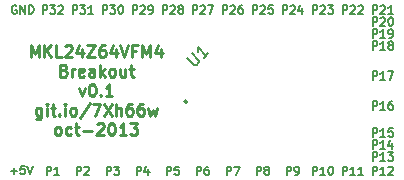
<source format=gto>
G04 (created by PCBNEW (2013-03-04 BZR 3984)-stable) date 10/14/2013 1:41:13 PM*
%MOIN*%
G04 Gerber Fmt 3.4, Leading zero omitted, Abs format*
%FSLAX34Y34*%
G01*
G70*
G90*
G04 APERTURE LIST*
%ADD10C,0*%
%ADD11C,0.00984252*%
%ADD12C,0.00787402*%
%ADD13C,0.00590551*%
G04 APERTURE END LIST*
G54D10*
G54D11*
X44275Y-26859D02*
X44275Y-26465D01*
X44406Y-26746D01*
X44537Y-26465D01*
X44537Y-26859D01*
X44725Y-26859D02*
X44725Y-26465D01*
X44950Y-26859D02*
X44781Y-26634D01*
X44950Y-26465D02*
X44725Y-26690D01*
X45306Y-26859D02*
X45118Y-26859D01*
X45118Y-26465D01*
X45418Y-26503D02*
X45437Y-26484D01*
X45475Y-26465D01*
X45568Y-26465D01*
X45606Y-26484D01*
X45625Y-26503D01*
X45643Y-26540D01*
X45643Y-26578D01*
X45625Y-26634D01*
X45400Y-26859D01*
X45643Y-26859D01*
X45981Y-26596D02*
X45981Y-26859D01*
X45887Y-26446D02*
X45793Y-26728D01*
X46037Y-26728D01*
X46150Y-26465D02*
X46412Y-26465D01*
X46150Y-26859D01*
X46412Y-26859D01*
X46731Y-26465D02*
X46656Y-26465D01*
X46618Y-26484D01*
X46599Y-26503D01*
X46562Y-26559D01*
X46543Y-26634D01*
X46543Y-26784D01*
X46562Y-26821D01*
X46581Y-26840D01*
X46618Y-26859D01*
X46693Y-26859D01*
X46731Y-26840D01*
X46749Y-26821D01*
X46768Y-26784D01*
X46768Y-26690D01*
X46749Y-26653D01*
X46731Y-26634D01*
X46693Y-26615D01*
X46618Y-26615D01*
X46581Y-26634D01*
X46562Y-26653D01*
X46543Y-26690D01*
X47106Y-26596D02*
X47106Y-26859D01*
X47012Y-26446D02*
X46918Y-26728D01*
X47162Y-26728D01*
X47256Y-26465D02*
X47387Y-26859D01*
X47518Y-26465D01*
X47781Y-26653D02*
X47649Y-26653D01*
X47649Y-26859D02*
X47649Y-26465D01*
X47837Y-26465D01*
X47987Y-26859D02*
X47987Y-26465D01*
X48118Y-26746D01*
X48249Y-26465D01*
X48249Y-26859D01*
X48605Y-26596D02*
X48605Y-26859D01*
X48512Y-26446D02*
X48418Y-26728D01*
X48662Y-26728D01*
X45381Y-27302D02*
X45437Y-27321D01*
X45456Y-27340D01*
X45475Y-27377D01*
X45475Y-27433D01*
X45456Y-27471D01*
X45437Y-27490D01*
X45400Y-27508D01*
X45250Y-27508D01*
X45250Y-27115D01*
X45381Y-27115D01*
X45418Y-27134D01*
X45437Y-27152D01*
X45456Y-27190D01*
X45456Y-27227D01*
X45437Y-27265D01*
X45418Y-27283D01*
X45381Y-27302D01*
X45250Y-27302D01*
X45643Y-27508D02*
X45643Y-27246D01*
X45643Y-27321D02*
X45662Y-27283D01*
X45681Y-27265D01*
X45718Y-27246D01*
X45756Y-27246D01*
X46037Y-27490D02*
X46000Y-27508D01*
X45925Y-27508D01*
X45887Y-27490D01*
X45868Y-27452D01*
X45868Y-27302D01*
X45887Y-27265D01*
X45925Y-27246D01*
X46000Y-27246D01*
X46037Y-27265D01*
X46056Y-27302D01*
X46056Y-27340D01*
X45868Y-27377D01*
X46393Y-27508D02*
X46393Y-27302D01*
X46375Y-27265D01*
X46337Y-27246D01*
X46262Y-27246D01*
X46225Y-27265D01*
X46393Y-27490D02*
X46356Y-27508D01*
X46262Y-27508D01*
X46225Y-27490D01*
X46206Y-27452D01*
X46206Y-27415D01*
X46225Y-27377D01*
X46262Y-27358D01*
X46356Y-27358D01*
X46393Y-27340D01*
X46581Y-27508D02*
X46581Y-27115D01*
X46618Y-27358D02*
X46731Y-27508D01*
X46731Y-27246D02*
X46581Y-27396D01*
X46956Y-27508D02*
X46918Y-27490D01*
X46899Y-27471D01*
X46881Y-27433D01*
X46881Y-27321D01*
X46899Y-27283D01*
X46918Y-27265D01*
X46956Y-27246D01*
X47012Y-27246D01*
X47049Y-27265D01*
X47068Y-27283D01*
X47087Y-27321D01*
X47087Y-27433D01*
X47068Y-27471D01*
X47049Y-27490D01*
X47012Y-27508D01*
X46956Y-27508D01*
X47424Y-27246D02*
X47424Y-27508D01*
X47256Y-27246D02*
X47256Y-27452D01*
X47274Y-27490D01*
X47312Y-27508D01*
X47368Y-27508D01*
X47406Y-27490D01*
X47424Y-27471D01*
X47556Y-27246D02*
X47706Y-27246D01*
X47612Y-27115D02*
X47612Y-27452D01*
X47631Y-27490D01*
X47668Y-27508D01*
X47706Y-27508D01*
X45887Y-27896D02*
X45981Y-28158D01*
X46075Y-27896D01*
X46300Y-27764D02*
X46337Y-27764D01*
X46375Y-27783D01*
X46393Y-27802D01*
X46412Y-27839D01*
X46431Y-27914D01*
X46431Y-28008D01*
X46412Y-28083D01*
X46393Y-28121D01*
X46375Y-28139D01*
X46337Y-28158D01*
X46300Y-28158D01*
X46262Y-28139D01*
X46243Y-28121D01*
X46225Y-28083D01*
X46206Y-28008D01*
X46206Y-27914D01*
X46225Y-27839D01*
X46243Y-27802D01*
X46262Y-27783D01*
X46300Y-27764D01*
X46599Y-28121D02*
X46618Y-28139D01*
X46599Y-28158D01*
X46581Y-28139D01*
X46599Y-28121D01*
X46599Y-28158D01*
X46993Y-28158D02*
X46768Y-28158D01*
X46881Y-28158D02*
X46881Y-27764D01*
X46843Y-27821D01*
X46806Y-27858D01*
X46768Y-27877D01*
X44622Y-28545D02*
X44622Y-28864D01*
X44603Y-28901D01*
X44584Y-28920D01*
X44547Y-28939D01*
X44490Y-28939D01*
X44453Y-28920D01*
X44622Y-28789D02*
X44584Y-28808D01*
X44509Y-28808D01*
X44472Y-28789D01*
X44453Y-28770D01*
X44434Y-28733D01*
X44434Y-28620D01*
X44453Y-28583D01*
X44472Y-28564D01*
X44509Y-28545D01*
X44584Y-28545D01*
X44622Y-28564D01*
X44809Y-28808D02*
X44809Y-28545D01*
X44809Y-28414D02*
X44790Y-28433D01*
X44809Y-28451D01*
X44828Y-28433D01*
X44809Y-28414D01*
X44809Y-28451D01*
X44940Y-28545D02*
X45090Y-28545D01*
X44997Y-28414D02*
X44997Y-28751D01*
X45015Y-28789D01*
X45053Y-28808D01*
X45090Y-28808D01*
X45222Y-28770D02*
X45240Y-28789D01*
X45222Y-28808D01*
X45203Y-28789D01*
X45222Y-28770D01*
X45222Y-28808D01*
X45409Y-28808D02*
X45409Y-28545D01*
X45409Y-28414D02*
X45390Y-28433D01*
X45409Y-28451D01*
X45428Y-28433D01*
X45409Y-28414D01*
X45409Y-28451D01*
X45653Y-28808D02*
X45615Y-28789D01*
X45596Y-28770D01*
X45578Y-28733D01*
X45578Y-28620D01*
X45596Y-28583D01*
X45615Y-28564D01*
X45653Y-28545D01*
X45709Y-28545D01*
X45746Y-28564D01*
X45765Y-28583D01*
X45784Y-28620D01*
X45784Y-28733D01*
X45765Y-28770D01*
X45746Y-28789D01*
X45709Y-28808D01*
X45653Y-28808D01*
X46234Y-28395D02*
X45896Y-28901D01*
X46328Y-28414D02*
X46590Y-28414D01*
X46421Y-28808D01*
X46703Y-28414D02*
X46965Y-28808D01*
X46965Y-28414D02*
X46703Y-28808D01*
X47115Y-28808D02*
X47115Y-28414D01*
X47284Y-28808D02*
X47284Y-28601D01*
X47265Y-28564D01*
X47228Y-28545D01*
X47171Y-28545D01*
X47134Y-28564D01*
X47115Y-28583D01*
X47640Y-28414D02*
X47565Y-28414D01*
X47527Y-28433D01*
X47509Y-28451D01*
X47471Y-28508D01*
X47452Y-28583D01*
X47452Y-28733D01*
X47471Y-28770D01*
X47490Y-28789D01*
X47527Y-28808D01*
X47602Y-28808D01*
X47640Y-28789D01*
X47659Y-28770D01*
X47677Y-28733D01*
X47677Y-28639D01*
X47659Y-28601D01*
X47640Y-28583D01*
X47602Y-28564D01*
X47527Y-28564D01*
X47490Y-28583D01*
X47471Y-28601D01*
X47452Y-28639D01*
X48015Y-28414D02*
X47940Y-28414D01*
X47902Y-28433D01*
X47884Y-28451D01*
X47846Y-28508D01*
X47827Y-28583D01*
X47827Y-28733D01*
X47846Y-28770D01*
X47865Y-28789D01*
X47902Y-28808D01*
X47977Y-28808D01*
X48015Y-28789D01*
X48034Y-28770D01*
X48052Y-28733D01*
X48052Y-28639D01*
X48034Y-28601D01*
X48015Y-28583D01*
X47977Y-28564D01*
X47902Y-28564D01*
X47865Y-28583D01*
X47846Y-28601D01*
X47827Y-28639D01*
X48184Y-28545D02*
X48259Y-28808D01*
X48334Y-28620D01*
X48409Y-28808D01*
X48484Y-28545D01*
X45147Y-29457D02*
X45109Y-29439D01*
X45090Y-29420D01*
X45072Y-29382D01*
X45072Y-29270D01*
X45090Y-29232D01*
X45109Y-29214D01*
X45147Y-29195D01*
X45203Y-29195D01*
X45240Y-29214D01*
X45259Y-29232D01*
X45278Y-29270D01*
X45278Y-29382D01*
X45259Y-29420D01*
X45240Y-29439D01*
X45203Y-29457D01*
X45147Y-29457D01*
X45615Y-29439D02*
X45578Y-29457D01*
X45503Y-29457D01*
X45465Y-29439D01*
X45447Y-29420D01*
X45428Y-29382D01*
X45428Y-29270D01*
X45447Y-29232D01*
X45465Y-29214D01*
X45503Y-29195D01*
X45578Y-29195D01*
X45615Y-29214D01*
X45728Y-29195D02*
X45878Y-29195D01*
X45784Y-29064D02*
X45784Y-29401D01*
X45803Y-29439D01*
X45840Y-29457D01*
X45878Y-29457D01*
X46009Y-29307D02*
X46309Y-29307D01*
X46478Y-29101D02*
X46496Y-29082D01*
X46534Y-29064D01*
X46628Y-29064D01*
X46665Y-29082D01*
X46684Y-29101D01*
X46703Y-29139D01*
X46703Y-29176D01*
X46684Y-29232D01*
X46459Y-29457D01*
X46703Y-29457D01*
X46946Y-29064D02*
X46984Y-29064D01*
X47021Y-29082D01*
X47040Y-29101D01*
X47059Y-29139D01*
X47078Y-29214D01*
X47078Y-29307D01*
X47059Y-29382D01*
X47040Y-29420D01*
X47021Y-29439D01*
X46984Y-29457D01*
X46946Y-29457D01*
X46909Y-29439D01*
X46890Y-29420D01*
X46871Y-29382D01*
X46853Y-29307D01*
X46853Y-29214D01*
X46871Y-29139D01*
X46890Y-29101D01*
X46909Y-29082D01*
X46946Y-29064D01*
X47453Y-29457D02*
X47228Y-29457D01*
X47340Y-29457D02*
X47340Y-29064D01*
X47303Y-29120D01*
X47265Y-29157D01*
X47228Y-29176D01*
X47584Y-29064D02*
X47827Y-29064D01*
X47696Y-29214D01*
X47752Y-29214D01*
X47790Y-29232D01*
X47809Y-29251D01*
X47827Y-29289D01*
X47827Y-29382D01*
X47809Y-29420D01*
X47790Y-29439D01*
X47752Y-29457D01*
X47640Y-29457D01*
X47602Y-29439D01*
X47584Y-29420D01*
G54D12*
X49492Y-28350D02*
G75*
G03X49492Y-28350I-57J0D01*
G74*
G01*
G54D13*
X53665Y-25411D02*
X53665Y-25135D01*
X53770Y-25135D01*
X53796Y-25149D01*
X53809Y-25162D01*
X53822Y-25188D01*
X53822Y-25227D01*
X53809Y-25254D01*
X53796Y-25267D01*
X53770Y-25280D01*
X53665Y-25280D01*
X53927Y-25162D02*
X53940Y-25149D01*
X53967Y-25135D01*
X54032Y-25135D01*
X54059Y-25149D01*
X54072Y-25162D01*
X54085Y-25188D01*
X54085Y-25214D01*
X54072Y-25254D01*
X53914Y-25411D01*
X54085Y-25411D01*
X54177Y-25135D02*
X54347Y-25135D01*
X54255Y-25240D01*
X54295Y-25240D01*
X54321Y-25254D01*
X54334Y-25267D01*
X54347Y-25293D01*
X54347Y-25359D01*
X54334Y-25385D01*
X54321Y-25398D01*
X54295Y-25411D01*
X54216Y-25411D01*
X54190Y-25398D01*
X54177Y-25385D01*
X52796Y-30784D02*
X52796Y-30509D01*
X52901Y-30509D01*
X52927Y-30522D01*
X52940Y-30535D01*
X52954Y-30561D01*
X52954Y-30601D01*
X52940Y-30627D01*
X52927Y-30640D01*
X52901Y-30653D01*
X52796Y-30653D01*
X53085Y-30784D02*
X53137Y-30784D01*
X53164Y-30771D01*
X53177Y-30758D01*
X53203Y-30719D01*
X53216Y-30666D01*
X53216Y-30561D01*
X53203Y-30535D01*
X53190Y-30522D01*
X53164Y-30509D01*
X53111Y-30509D01*
X53085Y-30522D01*
X53072Y-30535D01*
X53059Y-30561D01*
X53059Y-30627D01*
X53072Y-30653D01*
X53085Y-30666D01*
X53111Y-30679D01*
X53164Y-30679D01*
X53190Y-30666D01*
X53203Y-30653D01*
X53216Y-30627D01*
X53665Y-30784D02*
X53665Y-30509D01*
X53770Y-30509D01*
X53796Y-30522D01*
X53809Y-30535D01*
X53822Y-30561D01*
X53822Y-30601D01*
X53809Y-30627D01*
X53796Y-30640D01*
X53770Y-30653D01*
X53665Y-30653D01*
X54085Y-30784D02*
X53927Y-30784D01*
X54006Y-30784D02*
X54006Y-30509D01*
X53980Y-30548D01*
X53954Y-30574D01*
X53927Y-30587D01*
X54255Y-30509D02*
X54282Y-30509D01*
X54308Y-30522D01*
X54321Y-30535D01*
X54334Y-30561D01*
X54347Y-30614D01*
X54347Y-30679D01*
X54334Y-30732D01*
X54321Y-30758D01*
X54308Y-30771D01*
X54282Y-30784D01*
X54255Y-30784D01*
X54229Y-30771D01*
X54216Y-30758D01*
X54203Y-30732D01*
X54190Y-30679D01*
X54190Y-30614D01*
X54203Y-30561D01*
X54216Y-30535D01*
X54229Y-30522D01*
X54255Y-30509D01*
X54665Y-30784D02*
X54665Y-30509D01*
X54770Y-30509D01*
X54796Y-30522D01*
X54809Y-30535D01*
X54822Y-30561D01*
X54822Y-30601D01*
X54809Y-30627D01*
X54796Y-30640D01*
X54770Y-30653D01*
X54665Y-30653D01*
X55085Y-30784D02*
X54927Y-30784D01*
X55006Y-30784D02*
X55006Y-30509D01*
X54980Y-30548D01*
X54954Y-30574D01*
X54927Y-30587D01*
X55347Y-30784D02*
X55190Y-30784D01*
X55269Y-30784D02*
X55269Y-30509D01*
X55242Y-30548D01*
X55216Y-30574D01*
X55190Y-30587D01*
X55665Y-30784D02*
X55665Y-30509D01*
X55770Y-30509D01*
X55796Y-30522D01*
X55809Y-30535D01*
X55822Y-30561D01*
X55822Y-30601D01*
X55809Y-30627D01*
X55796Y-30640D01*
X55770Y-30653D01*
X55665Y-30653D01*
X56085Y-30784D02*
X55927Y-30784D01*
X56006Y-30784D02*
X56006Y-30509D01*
X55980Y-30548D01*
X55954Y-30574D01*
X55927Y-30587D01*
X56190Y-30535D02*
X56203Y-30522D01*
X56229Y-30509D01*
X56295Y-30509D01*
X56321Y-30522D01*
X56334Y-30535D01*
X56347Y-30561D01*
X56347Y-30587D01*
X56334Y-30627D01*
X56177Y-30784D01*
X56347Y-30784D01*
X55665Y-30311D02*
X55665Y-30035D01*
X55770Y-30035D01*
X55796Y-30049D01*
X55809Y-30062D01*
X55822Y-30088D01*
X55822Y-30127D01*
X55809Y-30154D01*
X55796Y-30167D01*
X55770Y-30180D01*
X55665Y-30180D01*
X56085Y-30311D02*
X55927Y-30311D01*
X56006Y-30311D02*
X56006Y-30035D01*
X55980Y-30075D01*
X55954Y-30101D01*
X55927Y-30114D01*
X56177Y-30035D02*
X56347Y-30035D01*
X56255Y-30140D01*
X56295Y-30140D01*
X56321Y-30154D01*
X56334Y-30167D01*
X56347Y-30193D01*
X56347Y-30259D01*
X56334Y-30285D01*
X56321Y-30298D01*
X56295Y-30311D01*
X56216Y-30311D01*
X56190Y-30298D01*
X56177Y-30285D01*
X55665Y-29911D02*
X55665Y-29635D01*
X55770Y-29635D01*
X55796Y-29649D01*
X55809Y-29662D01*
X55822Y-29688D01*
X55822Y-29727D01*
X55809Y-29754D01*
X55796Y-29767D01*
X55770Y-29780D01*
X55665Y-29780D01*
X56085Y-29911D02*
X55927Y-29911D01*
X56006Y-29911D02*
X56006Y-29635D01*
X55980Y-29675D01*
X55954Y-29701D01*
X55927Y-29714D01*
X56321Y-29727D02*
X56321Y-29911D01*
X56255Y-29622D02*
X56190Y-29819D01*
X56360Y-29819D01*
X55665Y-29511D02*
X55665Y-29235D01*
X55770Y-29235D01*
X55796Y-29249D01*
X55809Y-29262D01*
X55822Y-29288D01*
X55822Y-29327D01*
X55809Y-29354D01*
X55796Y-29367D01*
X55770Y-29380D01*
X55665Y-29380D01*
X56085Y-29511D02*
X55927Y-29511D01*
X56006Y-29511D02*
X56006Y-29235D01*
X55980Y-29275D01*
X55954Y-29301D01*
X55927Y-29314D01*
X56334Y-29235D02*
X56203Y-29235D01*
X56190Y-29367D01*
X56203Y-29354D01*
X56229Y-29340D01*
X56295Y-29340D01*
X56321Y-29354D01*
X56334Y-29367D01*
X56347Y-29393D01*
X56347Y-29459D01*
X56334Y-29485D01*
X56321Y-29498D01*
X56295Y-29511D01*
X56229Y-29511D01*
X56203Y-29498D01*
X56190Y-29485D01*
X55665Y-28611D02*
X55665Y-28335D01*
X55770Y-28335D01*
X55796Y-28349D01*
X55809Y-28362D01*
X55822Y-28388D01*
X55822Y-28427D01*
X55809Y-28454D01*
X55796Y-28467D01*
X55770Y-28480D01*
X55665Y-28480D01*
X56085Y-28611D02*
X55927Y-28611D01*
X56006Y-28611D02*
X56006Y-28335D01*
X55980Y-28375D01*
X55954Y-28401D01*
X55927Y-28414D01*
X56321Y-28335D02*
X56269Y-28335D01*
X56242Y-28349D01*
X56229Y-28362D01*
X56203Y-28401D01*
X56190Y-28454D01*
X56190Y-28559D01*
X56203Y-28585D01*
X56216Y-28598D01*
X56242Y-28611D01*
X56295Y-28611D01*
X56321Y-28598D01*
X56334Y-28585D01*
X56347Y-28559D01*
X56347Y-28493D01*
X56334Y-28467D01*
X56321Y-28454D01*
X56295Y-28440D01*
X56242Y-28440D01*
X56216Y-28454D01*
X56203Y-28467D01*
X56190Y-28493D01*
X55665Y-27611D02*
X55665Y-27335D01*
X55770Y-27335D01*
X55796Y-27349D01*
X55809Y-27362D01*
X55822Y-27388D01*
X55822Y-27427D01*
X55809Y-27454D01*
X55796Y-27467D01*
X55770Y-27480D01*
X55665Y-27480D01*
X56085Y-27611D02*
X55927Y-27611D01*
X56006Y-27611D02*
X56006Y-27335D01*
X55980Y-27375D01*
X55954Y-27401D01*
X55927Y-27414D01*
X56177Y-27335D02*
X56360Y-27335D01*
X56242Y-27611D01*
X55665Y-26611D02*
X55665Y-26335D01*
X55770Y-26335D01*
X55796Y-26349D01*
X55809Y-26362D01*
X55822Y-26388D01*
X55822Y-26427D01*
X55809Y-26454D01*
X55796Y-26467D01*
X55770Y-26480D01*
X55665Y-26480D01*
X56085Y-26611D02*
X55927Y-26611D01*
X56006Y-26611D02*
X56006Y-26335D01*
X55980Y-26375D01*
X55954Y-26401D01*
X55927Y-26414D01*
X56242Y-26454D02*
X56216Y-26440D01*
X56203Y-26427D01*
X56190Y-26401D01*
X56190Y-26388D01*
X56203Y-26362D01*
X56216Y-26349D01*
X56242Y-26335D01*
X56295Y-26335D01*
X56321Y-26349D01*
X56334Y-26362D01*
X56347Y-26388D01*
X56347Y-26401D01*
X56334Y-26427D01*
X56321Y-26440D01*
X56295Y-26454D01*
X56242Y-26454D01*
X56216Y-26467D01*
X56203Y-26480D01*
X56190Y-26506D01*
X56190Y-26559D01*
X56203Y-26585D01*
X56216Y-26598D01*
X56242Y-26611D01*
X56295Y-26611D01*
X56321Y-26598D01*
X56334Y-26585D01*
X56347Y-26559D01*
X56347Y-26506D01*
X56334Y-26480D01*
X56321Y-26467D01*
X56295Y-26454D01*
X55665Y-26211D02*
X55665Y-25935D01*
X55770Y-25935D01*
X55796Y-25949D01*
X55809Y-25962D01*
X55822Y-25988D01*
X55822Y-26027D01*
X55809Y-26054D01*
X55796Y-26067D01*
X55770Y-26080D01*
X55665Y-26080D01*
X56085Y-26211D02*
X55927Y-26211D01*
X56006Y-26211D02*
X56006Y-25935D01*
X55980Y-25975D01*
X55954Y-26001D01*
X55927Y-26014D01*
X56216Y-26211D02*
X56269Y-26211D01*
X56295Y-26198D01*
X56308Y-26185D01*
X56334Y-26145D01*
X56347Y-26093D01*
X56347Y-25988D01*
X56334Y-25962D01*
X56321Y-25949D01*
X56295Y-25935D01*
X56242Y-25935D01*
X56216Y-25949D01*
X56203Y-25962D01*
X56190Y-25988D01*
X56190Y-26054D01*
X56203Y-26080D01*
X56216Y-26093D01*
X56242Y-26106D01*
X56295Y-26106D01*
X56321Y-26093D01*
X56334Y-26080D01*
X56347Y-26054D01*
X55665Y-25811D02*
X55665Y-25535D01*
X55770Y-25535D01*
X55796Y-25549D01*
X55809Y-25562D01*
X55822Y-25588D01*
X55822Y-25627D01*
X55809Y-25654D01*
X55796Y-25667D01*
X55770Y-25680D01*
X55665Y-25680D01*
X55927Y-25562D02*
X55940Y-25549D01*
X55967Y-25535D01*
X56032Y-25535D01*
X56059Y-25549D01*
X56072Y-25562D01*
X56085Y-25588D01*
X56085Y-25614D01*
X56072Y-25654D01*
X55914Y-25811D01*
X56085Y-25811D01*
X56255Y-25535D02*
X56282Y-25535D01*
X56308Y-25549D01*
X56321Y-25562D01*
X56334Y-25588D01*
X56347Y-25640D01*
X56347Y-25706D01*
X56334Y-25759D01*
X56321Y-25785D01*
X56308Y-25798D01*
X56282Y-25811D01*
X56255Y-25811D01*
X56229Y-25798D01*
X56216Y-25785D01*
X56203Y-25759D01*
X56190Y-25706D01*
X56190Y-25640D01*
X56203Y-25588D01*
X56216Y-25562D01*
X56229Y-25549D01*
X56255Y-25535D01*
X55665Y-25411D02*
X55665Y-25135D01*
X55770Y-25135D01*
X55796Y-25149D01*
X55809Y-25162D01*
X55822Y-25188D01*
X55822Y-25227D01*
X55809Y-25254D01*
X55796Y-25267D01*
X55770Y-25280D01*
X55665Y-25280D01*
X55927Y-25162D02*
X55940Y-25149D01*
X55967Y-25135D01*
X56032Y-25135D01*
X56059Y-25149D01*
X56072Y-25162D01*
X56085Y-25188D01*
X56085Y-25214D01*
X56072Y-25254D01*
X55914Y-25411D01*
X56085Y-25411D01*
X56347Y-25411D02*
X56190Y-25411D01*
X56269Y-25411D02*
X56269Y-25135D01*
X56242Y-25175D01*
X56216Y-25201D01*
X56190Y-25214D01*
X54665Y-25411D02*
X54665Y-25135D01*
X54770Y-25135D01*
X54796Y-25149D01*
X54809Y-25162D01*
X54822Y-25188D01*
X54822Y-25227D01*
X54809Y-25254D01*
X54796Y-25267D01*
X54770Y-25280D01*
X54665Y-25280D01*
X54927Y-25162D02*
X54940Y-25149D01*
X54967Y-25135D01*
X55032Y-25135D01*
X55059Y-25149D01*
X55072Y-25162D01*
X55085Y-25188D01*
X55085Y-25214D01*
X55072Y-25254D01*
X54914Y-25411D01*
X55085Y-25411D01*
X55190Y-25162D02*
X55203Y-25149D01*
X55229Y-25135D01*
X55295Y-25135D01*
X55321Y-25149D01*
X55334Y-25162D01*
X55347Y-25188D01*
X55347Y-25214D01*
X55334Y-25254D01*
X55177Y-25411D01*
X55347Y-25411D01*
X51796Y-30784D02*
X51796Y-30509D01*
X51901Y-30509D01*
X51927Y-30522D01*
X51940Y-30535D01*
X51954Y-30561D01*
X51954Y-30601D01*
X51940Y-30627D01*
X51927Y-30640D01*
X51901Y-30653D01*
X51796Y-30653D01*
X52111Y-30627D02*
X52085Y-30614D01*
X52072Y-30601D01*
X52059Y-30574D01*
X52059Y-30561D01*
X52072Y-30535D01*
X52085Y-30522D01*
X52111Y-30509D01*
X52164Y-30509D01*
X52190Y-30522D01*
X52203Y-30535D01*
X52216Y-30561D01*
X52216Y-30574D01*
X52203Y-30601D01*
X52190Y-30614D01*
X52164Y-30627D01*
X52111Y-30627D01*
X52085Y-30640D01*
X52072Y-30653D01*
X52059Y-30679D01*
X52059Y-30732D01*
X52072Y-30758D01*
X52085Y-30771D01*
X52111Y-30784D01*
X52164Y-30784D01*
X52190Y-30771D01*
X52203Y-30758D01*
X52216Y-30732D01*
X52216Y-30679D01*
X52203Y-30653D01*
X52190Y-30640D01*
X52164Y-30627D01*
X52665Y-25411D02*
X52665Y-25135D01*
X52770Y-25135D01*
X52796Y-25149D01*
X52809Y-25162D01*
X52822Y-25188D01*
X52822Y-25227D01*
X52809Y-25254D01*
X52796Y-25267D01*
X52770Y-25280D01*
X52665Y-25280D01*
X52927Y-25162D02*
X52940Y-25149D01*
X52967Y-25135D01*
X53032Y-25135D01*
X53059Y-25149D01*
X53072Y-25162D01*
X53085Y-25188D01*
X53085Y-25214D01*
X53072Y-25254D01*
X52914Y-25411D01*
X53085Y-25411D01*
X53321Y-25227D02*
X53321Y-25411D01*
X53255Y-25122D02*
X53190Y-25319D01*
X53360Y-25319D01*
X51665Y-25411D02*
X51665Y-25135D01*
X51770Y-25135D01*
X51796Y-25149D01*
X51809Y-25162D01*
X51822Y-25188D01*
X51822Y-25227D01*
X51809Y-25254D01*
X51796Y-25267D01*
X51770Y-25280D01*
X51665Y-25280D01*
X51927Y-25162D02*
X51940Y-25149D01*
X51967Y-25135D01*
X52032Y-25135D01*
X52059Y-25149D01*
X52072Y-25162D01*
X52085Y-25188D01*
X52085Y-25214D01*
X52072Y-25254D01*
X51914Y-25411D01*
X52085Y-25411D01*
X52334Y-25135D02*
X52203Y-25135D01*
X52190Y-25267D01*
X52203Y-25254D01*
X52229Y-25240D01*
X52295Y-25240D01*
X52321Y-25254D01*
X52334Y-25267D01*
X52347Y-25293D01*
X52347Y-25359D01*
X52334Y-25385D01*
X52321Y-25398D01*
X52295Y-25411D01*
X52229Y-25411D01*
X52203Y-25398D01*
X52190Y-25385D01*
X50665Y-25411D02*
X50665Y-25135D01*
X50770Y-25135D01*
X50796Y-25149D01*
X50809Y-25162D01*
X50822Y-25188D01*
X50822Y-25227D01*
X50809Y-25254D01*
X50796Y-25267D01*
X50770Y-25280D01*
X50665Y-25280D01*
X50927Y-25162D02*
X50940Y-25149D01*
X50967Y-25135D01*
X51032Y-25135D01*
X51059Y-25149D01*
X51072Y-25162D01*
X51085Y-25188D01*
X51085Y-25214D01*
X51072Y-25254D01*
X50914Y-25411D01*
X51085Y-25411D01*
X51321Y-25135D02*
X51269Y-25135D01*
X51242Y-25149D01*
X51229Y-25162D01*
X51203Y-25201D01*
X51190Y-25254D01*
X51190Y-25359D01*
X51203Y-25385D01*
X51216Y-25398D01*
X51242Y-25411D01*
X51295Y-25411D01*
X51321Y-25398D01*
X51334Y-25385D01*
X51347Y-25359D01*
X51347Y-25293D01*
X51334Y-25267D01*
X51321Y-25254D01*
X51295Y-25240D01*
X51242Y-25240D01*
X51216Y-25254D01*
X51203Y-25267D01*
X51190Y-25293D01*
X49665Y-25411D02*
X49665Y-25135D01*
X49770Y-25135D01*
X49796Y-25149D01*
X49809Y-25162D01*
X49822Y-25188D01*
X49822Y-25227D01*
X49809Y-25254D01*
X49796Y-25267D01*
X49770Y-25280D01*
X49665Y-25280D01*
X49927Y-25162D02*
X49940Y-25149D01*
X49967Y-25135D01*
X50032Y-25135D01*
X50059Y-25149D01*
X50072Y-25162D01*
X50085Y-25188D01*
X50085Y-25214D01*
X50072Y-25254D01*
X49914Y-25411D01*
X50085Y-25411D01*
X50177Y-25135D02*
X50360Y-25135D01*
X50242Y-25411D01*
X48665Y-25411D02*
X48665Y-25135D01*
X48770Y-25135D01*
X48796Y-25149D01*
X48809Y-25162D01*
X48822Y-25188D01*
X48822Y-25227D01*
X48809Y-25254D01*
X48796Y-25267D01*
X48770Y-25280D01*
X48665Y-25280D01*
X48927Y-25162D02*
X48940Y-25149D01*
X48967Y-25135D01*
X49032Y-25135D01*
X49059Y-25149D01*
X49072Y-25162D01*
X49085Y-25188D01*
X49085Y-25214D01*
X49072Y-25254D01*
X48914Y-25411D01*
X49085Y-25411D01*
X49242Y-25254D02*
X49216Y-25240D01*
X49203Y-25227D01*
X49190Y-25201D01*
X49190Y-25188D01*
X49203Y-25162D01*
X49216Y-25149D01*
X49242Y-25135D01*
X49295Y-25135D01*
X49321Y-25149D01*
X49334Y-25162D01*
X49347Y-25188D01*
X49347Y-25201D01*
X49334Y-25227D01*
X49321Y-25240D01*
X49295Y-25254D01*
X49242Y-25254D01*
X49216Y-25267D01*
X49203Y-25280D01*
X49190Y-25306D01*
X49190Y-25359D01*
X49203Y-25385D01*
X49216Y-25398D01*
X49242Y-25411D01*
X49295Y-25411D01*
X49321Y-25398D01*
X49334Y-25385D01*
X49347Y-25359D01*
X49347Y-25306D01*
X49334Y-25280D01*
X49321Y-25267D01*
X49295Y-25254D01*
X47665Y-25411D02*
X47665Y-25135D01*
X47770Y-25135D01*
X47796Y-25149D01*
X47809Y-25162D01*
X47822Y-25188D01*
X47822Y-25227D01*
X47809Y-25254D01*
X47796Y-25267D01*
X47770Y-25280D01*
X47665Y-25280D01*
X47927Y-25162D02*
X47940Y-25149D01*
X47967Y-25135D01*
X48032Y-25135D01*
X48059Y-25149D01*
X48072Y-25162D01*
X48085Y-25188D01*
X48085Y-25214D01*
X48072Y-25254D01*
X47914Y-25411D01*
X48085Y-25411D01*
X48216Y-25411D02*
X48269Y-25411D01*
X48295Y-25398D01*
X48308Y-25385D01*
X48334Y-25345D01*
X48347Y-25293D01*
X48347Y-25188D01*
X48334Y-25162D01*
X48321Y-25149D01*
X48295Y-25135D01*
X48242Y-25135D01*
X48216Y-25149D01*
X48203Y-25162D01*
X48190Y-25188D01*
X48190Y-25254D01*
X48203Y-25280D01*
X48216Y-25293D01*
X48242Y-25306D01*
X48295Y-25306D01*
X48321Y-25293D01*
X48334Y-25280D01*
X48347Y-25254D01*
X46665Y-25411D02*
X46665Y-25135D01*
X46770Y-25135D01*
X46796Y-25149D01*
X46809Y-25162D01*
X46822Y-25188D01*
X46822Y-25227D01*
X46809Y-25254D01*
X46796Y-25267D01*
X46770Y-25280D01*
X46665Y-25280D01*
X46914Y-25135D02*
X47085Y-25135D01*
X46993Y-25240D01*
X47032Y-25240D01*
X47059Y-25254D01*
X47072Y-25267D01*
X47085Y-25293D01*
X47085Y-25359D01*
X47072Y-25385D01*
X47059Y-25398D01*
X47032Y-25411D01*
X46954Y-25411D01*
X46927Y-25398D01*
X46914Y-25385D01*
X47255Y-25135D02*
X47282Y-25135D01*
X47308Y-25149D01*
X47321Y-25162D01*
X47334Y-25188D01*
X47347Y-25240D01*
X47347Y-25306D01*
X47334Y-25359D01*
X47321Y-25385D01*
X47308Y-25398D01*
X47282Y-25411D01*
X47255Y-25411D01*
X47229Y-25398D01*
X47216Y-25385D01*
X47203Y-25359D01*
X47190Y-25306D01*
X47190Y-25240D01*
X47203Y-25188D01*
X47216Y-25162D01*
X47229Y-25149D01*
X47255Y-25135D01*
X45665Y-25411D02*
X45665Y-25135D01*
X45770Y-25135D01*
X45796Y-25149D01*
X45809Y-25162D01*
X45822Y-25188D01*
X45822Y-25227D01*
X45809Y-25254D01*
X45796Y-25267D01*
X45770Y-25280D01*
X45665Y-25280D01*
X45914Y-25135D02*
X46085Y-25135D01*
X45993Y-25240D01*
X46032Y-25240D01*
X46059Y-25254D01*
X46072Y-25267D01*
X46085Y-25293D01*
X46085Y-25359D01*
X46072Y-25385D01*
X46059Y-25398D01*
X46032Y-25411D01*
X45954Y-25411D01*
X45927Y-25398D01*
X45914Y-25385D01*
X46347Y-25411D02*
X46190Y-25411D01*
X46269Y-25411D02*
X46269Y-25135D01*
X46242Y-25175D01*
X46216Y-25201D01*
X46190Y-25214D01*
X44665Y-25411D02*
X44665Y-25135D01*
X44770Y-25135D01*
X44796Y-25149D01*
X44809Y-25162D01*
X44822Y-25188D01*
X44822Y-25227D01*
X44809Y-25254D01*
X44796Y-25267D01*
X44770Y-25280D01*
X44665Y-25280D01*
X44914Y-25135D02*
X45085Y-25135D01*
X44993Y-25240D01*
X45032Y-25240D01*
X45059Y-25254D01*
X45072Y-25267D01*
X45085Y-25293D01*
X45085Y-25359D01*
X45072Y-25385D01*
X45059Y-25398D01*
X45032Y-25411D01*
X44954Y-25411D01*
X44927Y-25398D01*
X44914Y-25385D01*
X45190Y-25162D02*
X45203Y-25149D01*
X45229Y-25135D01*
X45295Y-25135D01*
X45321Y-25149D01*
X45334Y-25162D01*
X45347Y-25188D01*
X45347Y-25214D01*
X45334Y-25254D01*
X45177Y-25411D01*
X45347Y-25411D01*
X43595Y-30656D02*
X43805Y-30656D01*
X43700Y-30761D02*
X43700Y-30551D01*
X44068Y-30485D02*
X43936Y-30485D01*
X43923Y-30617D01*
X43936Y-30604D01*
X43963Y-30590D01*
X44028Y-30590D01*
X44054Y-30604D01*
X44068Y-30617D01*
X44081Y-30643D01*
X44081Y-30709D01*
X44068Y-30735D01*
X44054Y-30748D01*
X44028Y-30761D01*
X43963Y-30761D01*
X43936Y-30748D01*
X43923Y-30735D01*
X44159Y-30485D02*
X44251Y-30761D01*
X44343Y-30485D01*
X43790Y-25149D02*
X43763Y-25135D01*
X43724Y-25135D01*
X43685Y-25149D01*
X43658Y-25175D01*
X43645Y-25201D01*
X43632Y-25254D01*
X43632Y-25293D01*
X43645Y-25345D01*
X43658Y-25372D01*
X43685Y-25398D01*
X43724Y-25411D01*
X43750Y-25411D01*
X43790Y-25398D01*
X43803Y-25385D01*
X43803Y-25293D01*
X43750Y-25293D01*
X43921Y-25411D02*
X43921Y-25135D01*
X44078Y-25411D01*
X44078Y-25135D01*
X44209Y-25411D02*
X44209Y-25135D01*
X44275Y-25135D01*
X44314Y-25149D01*
X44341Y-25175D01*
X44354Y-25201D01*
X44367Y-25254D01*
X44367Y-25293D01*
X44354Y-25345D01*
X44341Y-25372D01*
X44314Y-25398D01*
X44275Y-25411D01*
X44209Y-25411D01*
X50796Y-30784D02*
X50796Y-30509D01*
X50901Y-30509D01*
X50927Y-30522D01*
X50940Y-30535D01*
X50954Y-30561D01*
X50954Y-30601D01*
X50940Y-30627D01*
X50927Y-30640D01*
X50901Y-30653D01*
X50796Y-30653D01*
X51045Y-30509D02*
X51229Y-30509D01*
X51111Y-30784D01*
X49796Y-30784D02*
X49796Y-30509D01*
X49901Y-30509D01*
X49927Y-30522D01*
X49940Y-30535D01*
X49954Y-30561D01*
X49954Y-30601D01*
X49940Y-30627D01*
X49927Y-30640D01*
X49901Y-30653D01*
X49796Y-30653D01*
X50190Y-30509D02*
X50137Y-30509D01*
X50111Y-30522D01*
X50098Y-30535D01*
X50072Y-30574D01*
X50059Y-30627D01*
X50059Y-30732D01*
X50072Y-30758D01*
X50085Y-30771D01*
X50111Y-30784D01*
X50164Y-30784D01*
X50190Y-30771D01*
X50203Y-30758D01*
X50216Y-30732D01*
X50216Y-30666D01*
X50203Y-30640D01*
X50190Y-30627D01*
X50164Y-30614D01*
X50111Y-30614D01*
X50085Y-30627D01*
X50072Y-30640D01*
X50059Y-30666D01*
X48796Y-30784D02*
X48796Y-30509D01*
X48901Y-30509D01*
X48927Y-30522D01*
X48940Y-30535D01*
X48954Y-30561D01*
X48954Y-30601D01*
X48940Y-30627D01*
X48927Y-30640D01*
X48901Y-30653D01*
X48796Y-30653D01*
X49203Y-30509D02*
X49072Y-30509D01*
X49059Y-30640D01*
X49072Y-30627D01*
X49098Y-30614D01*
X49164Y-30614D01*
X49190Y-30627D01*
X49203Y-30640D01*
X49216Y-30666D01*
X49216Y-30732D01*
X49203Y-30758D01*
X49190Y-30771D01*
X49164Y-30784D01*
X49098Y-30784D01*
X49072Y-30771D01*
X49059Y-30758D01*
X47796Y-30784D02*
X47796Y-30509D01*
X47901Y-30509D01*
X47927Y-30522D01*
X47940Y-30535D01*
X47954Y-30561D01*
X47954Y-30601D01*
X47940Y-30627D01*
X47927Y-30640D01*
X47901Y-30653D01*
X47796Y-30653D01*
X48190Y-30601D02*
X48190Y-30784D01*
X48124Y-30496D02*
X48059Y-30692D01*
X48229Y-30692D01*
X46796Y-30784D02*
X46796Y-30509D01*
X46901Y-30509D01*
X46927Y-30522D01*
X46940Y-30535D01*
X46954Y-30561D01*
X46954Y-30601D01*
X46940Y-30627D01*
X46927Y-30640D01*
X46901Y-30653D01*
X46796Y-30653D01*
X47045Y-30509D02*
X47216Y-30509D01*
X47124Y-30614D01*
X47164Y-30614D01*
X47190Y-30627D01*
X47203Y-30640D01*
X47216Y-30666D01*
X47216Y-30732D01*
X47203Y-30758D01*
X47190Y-30771D01*
X47164Y-30784D01*
X47085Y-30784D01*
X47059Y-30771D01*
X47045Y-30758D01*
X49472Y-26896D02*
X49697Y-27121D01*
X49737Y-27135D01*
X49763Y-27135D01*
X49803Y-27121D01*
X49856Y-27068D01*
X49869Y-27028D01*
X49869Y-27002D01*
X49856Y-26962D01*
X49631Y-26737D01*
X50188Y-26737D02*
X50028Y-26896D01*
X50108Y-26816D02*
X49830Y-26538D01*
X49843Y-26604D01*
X49843Y-26657D01*
X49830Y-26697D01*
X44796Y-30784D02*
X44796Y-30509D01*
X44901Y-30509D01*
X44927Y-30522D01*
X44940Y-30535D01*
X44954Y-30561D01*
X44954Y-30601D01*
X44940Y-30627D01*
X44927Y-30640D01*
X44901Y-30653D01*
X44796Y-30653D01*
X45216Y-30784D02*
X45059Y-30784D01*
X45137Y-30784D02*
X45137Y-30509D01*
X45111Y-30548D01*
X45085Y-30574D01*
X45059Y-30587D01*
X45796Y-30784D02*
X45796Y-30509D01*
X45901Y-30509D01*
X45927Y-30522D01*
X45940Y-30535D01*
X45954Y-30561D01*
X45954Y-30601D01*
X45940Y-30627D01*
X45927Y-30640D01*
X45901Y-30653D01*
X45796Y-30653D01*
X46059Y-30535D02*
X46072Y-30522D01*
X46098Y-30509D01*
X46164Y-30509D01*
X46190Y-30522D01*
X46203Y-30535D01*
X46216Y-30561D01*
X46216Y-30587D01*
X46203Y-30627D01*
X46045Y-30784D01*
X46216Y-30784D01*
M02*

</source>
